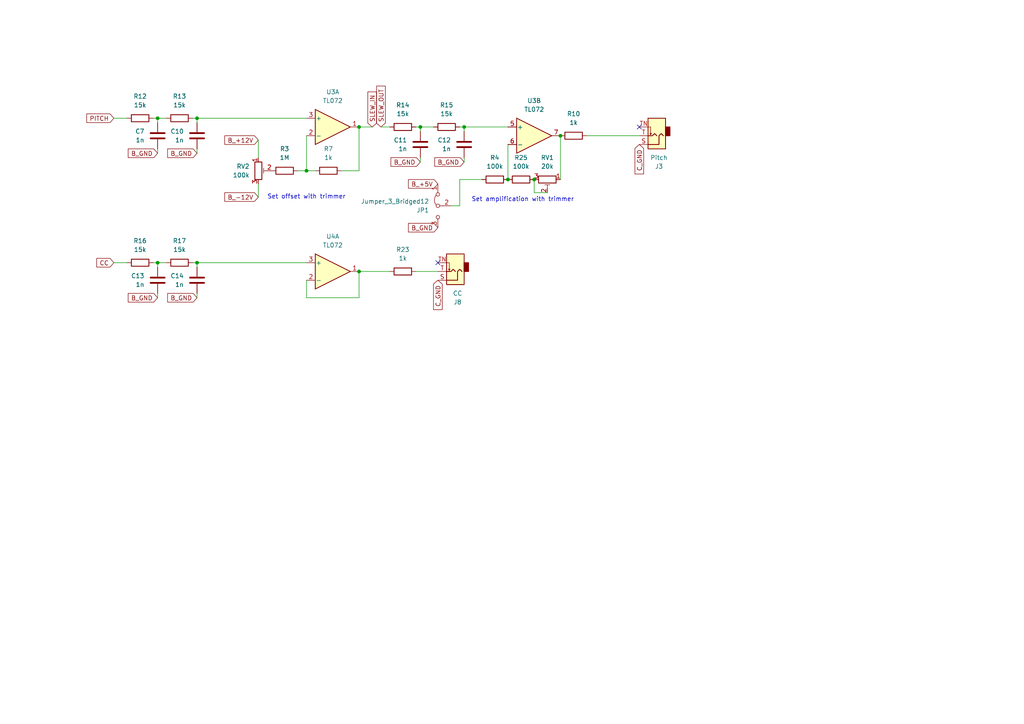
<source format=kicad_sch>
(kicad_sch (version 20250114) (generator "eeschema") (generator_version "9.0")
  (paper "A4")
  (lib_symbols
    (symbol "Amplifier_Operational:TL072" (pin_names (offset 0.127))
      (property "Reference" "U" (at 0 5.08 0))
      (property "Value" "TL072" (at 0 -5.08 0))
      (symbol "TL072_1_1"
        (polyline (pts (xy -5.08 5.08) (xy 5.08 0) (xy -5.08 -5.08) (xy -5.08 5.08)) (stroke (width 0.254)) (fill (type background)))
        (pin input line (at -7.62 2.54 0) (length 2.54) (name "+") (number "3"))
        (pin input line (at -7.62 -2.54 0) (length 2.54) (name "-") (number "2"))
        (pin output line (at 7.62 0 180) (length 2.54) (name "~") (number "1"))
      )
      (symbol "TL072_2_1"
        (polyline (pts (xy -5.08 5.08) (xy 5.08 0) (xy -5.08 -5.08) (xy -5.08 5.08)) (stroke (width 0.254)) (fill (type background)))
        (pin input line (at -7.62 2.54 0) (length 2.54) (name "+") (number "5"))
        (pin input line (at -7.62 -2.54 0) (length 2.54) (name "-") (number "6"))
        (pin output line (at 7.62 0 180) (length 2.54) (name "~") (number "7"))
      )
      (symbol "TL072_3_1"
        (pin power_in line (at -2.54 7.62 270) (length 3.81) (name "V+") (number "8"))
        (pin power_in line (at -2.54 -7.62 90) (length 3.81) (name "V-") (number "4"))
      )
    )
    (symbol "Connector_Audio:AudioJack2_SwitchT"
      (property "Reference" "J" (at 0 8.89 0))
      (property "Value" "AudioJack2_SwitchT" (at 0 6.35 0))
      (symbol "AudioJack2_SwitchT_0_1"
        (rectangle (start -2.54 0) (end -3.81 -2.54) (stroke (width 0.254)) (fill (type outline)))
        (polyline (pts (xy 0 0) (xy 0.635 -0.635) (xy 1.27 0) (xy 2.54 0)) (stroke (width 0.254)))
        (polyline (pts (xy 1.778 -0.254) (xy 2.032 -0.762)))
        (rectangle (start 2.54 3.81) (end -2.54 -5.08) (stroke (width 0.254)) (fill (type background)))
        (polyline (pts (xy 2.54 2.54) (xy -0.635 2.54) (xy -0.635 0) (xy -1.27 -0.635) (xy -1.905 0)) (stroke (width 0.254)))
        (polyline (pts (xy 2.54 -2.54) (xy 1.778 -2.54) (xy 1.778 -0.254) (xy 1.524 -0.762)))
      )
      (symbol "AudioJack2_SwitchT_1_1"
        (pin passive line (at 5.08 2.54 180) (length 2.54) (name "~") (number "S"))
        (pin passive line (at 5.08 0 180) (length 2.54) (name "~") (number "T"))
        (pin passive line (at 5.08 -2.54 180) (length 2.54) (name "~") (number "TN"))
      )
    )
    (symbol "Device:C" (pin_numbers (hide yes)) (pin_names (offset 0.254))
      (property "Reference" "C" (at 0.635 2.54 0))
      (property "Value" "C" (at 0.635 -2.54 0))
      (symbol "C_0_1"
        (polyline (pts (xy -2.032 0.762) (xy 2.032 0.762)) (stroke (width 0.508)))
        (polyline (pts (xy -2.032 -0.762) (xy 2.032 -0.762)) (stroke (width 0.508)))
      )
      (symbol "C_1_1"
        (pin passive line (at 0 3.81 270) (length 2.794) (name "~") (number "1"))
        (pin passive line (at 0 -3.81 90) (length 2.794) (name "~") (number "2"))
      )
    )
    (symbol "Device:R" (pin_numbers (hide yes)) (pin_names (offset 0))
      (property "Reference" "R" (at 2.032 0 90))
      (property "Value" "R" (at 0 0 90))
      (symbol "R_0_1"
        (rectangle (start -1.016 -2.54) (end 1.016 2.54) (stroke (width 0.254)))
      )
      (symbol "R_1_1"
        (pin passive line (at 0 3.81 270) (length 1.27) (name "~") (number "1"))
        (pin passive line (at 0 -3.81 90) (length 1.27) (name "~") (number "2"))
      )
    )
    (symbol "Device:R_Potentiometer_Trim" (pin_names (offset 1.016) (hide yes))
      (property "Reference" "RV" (at -4.445 0 90))
      (property "Value" "R_Potentiometer_Trim" (at -2.54 0 90))
      (symbol "R_Potentiometer_Trim_0_1"
        (rectangle (start 1.016 2.54) (end -1.016 -2.54) (stroke (width 0.254)))
        (polyline (pts (xy 1.524 0.762) (xy 1.524 -0.762)))
        (polyline (pts (xy 2.54 0) (xy 1.524 0)))
      )
      (symbol "R_Potentiometer_Trim_1_1"
        (pin passive line (at 0 3.81 270) (length 1.27) (name "1") (number "1"))
        (pin passive line (at 0 -3.81 90) (length 1.27) (name "3") (number "3"))
        (pin passive line (at 3.81 0 180) (length 1.27) (name "2") (number "2"))
      )
    )
    (symbol "Jumper:Jumper_3_Bridged12" (pin_names (offset 0) (hide yes)) (in_bom no)
      (property "Reference" "JP" (at -2.54 -2.54 0))
      (property "Value" "Jumper_3_Bridged12" (at 0 2.794 0))
      (symbol "Jumper_3_Bridged12_0_0"
        (circle (center -3.302 0) (radius 0.508))
        (circle (center 0 0) (radius 0.508))
        (circle (center 3.302 0) (radius 0.508))
      )
      (symbol "Jumper_3_Bridged12_0_1"
        (arc (start -3.048 0.508) (mid -1.651 0.9912) (end -0.254 0.508))
        (polyline (pts (xy 0 -1.27) (xy 0 -0.508)))
      )
      (symbol "Jumper_3_Bridged12_1_1"
        (pin passive line (at -6.35 0 0) (length 2.54) (name "A") (number "1"))
        (pin passive line (at 0 -3.81 90) (length 2.54) (name "C") (number "2"))
        (pin passive line (at 6.35 0 180) (length 2.54) (name "B") (number "3"))
      )
    )
  )
  (text "Set amplification with trimmer" (at 151.638 57.912 0) (effects (font (size 1.27 1.27))))
  (text "Set offset with trimmer" (at 88.9 57.15 0) (effects (font (size 1.27 1.27))))
  (junction (at 57.15 76.2))
  (junction (at 134.62 36.83))
  (junction (at 57.15 34.29))
  (junction (at 154.94 52.07))
  (junction (at 104.14 78.74))
  (junction (at 45.72 76.2))
  (junction (at 45.72 34.29))
  (junction (at 147.32 52.07))
  (junction (at 104.14 36.83))
  (junction (at 121.92 36.83))
  (junction (at 162.56 39.37))
  (junction (at 88.9 49.53))
  (no_connect (at 127 76.2))
  (no_connect (at 185.42 36.83))
  (wire (pts (xy 33.02 76.2) (xy 36.83 76.2)))
  (wire (pts (xy 86.36 49.53) (xy 88.9 49.53)))
  (wire (pts (xy 55.88 76.2) (xy 57.15 76.2)))
  (wire (pts (xy 104.14 86.36) (xy 104.14 78.74)))
  (wire (pts (xy 134.62 38.1) (xy 134.62 36.83)))
  (wire (pts (xy 57.15 44.45) (xy 57.15 43.18)))
  (wire (pts (xy 134.62 36.83) (xy 147.32 36.83)))
  (wire (pts (xy 133.35 36.83) (xy 134.62 36.83)))
  (wire (pts (xy 88.9 49.53) (xy 91.44 49.53)))
  (wire (pts (xy 45.72 44.45) (xy 45.72 43.18)))
  (wire (pts (xy 121.92 36.83) (xy 125.73 36.83)))
  (wire (pts (xy 154.94 55.88) (xy 154.94 52.07)))
  (wire (pts (xy 147.32 41.91) (xy 147.32 52.07)))
  (wire (pts (xy 57.15 35.56) (xy 57.15 34.29)))
  (wire (pts (xy 57.15 76.2) (xy 88.9 76.2)))
  (wire (pts (xy 120.65 78.74) (xy 127 78.74)))
  (wire (pts (xy 57.15 86.36) (xy 57.15 85.09)))
  (wire (pts (xy 104.14 36.83) (xy 107.95 36.83)))
  (wire (pts (xy 130.81 59.69) (xy 133.35 59.69)))
  (wire (pts (xy 104.14 78.74) (xy 113.03 78.74)))
  (wire (pts (xy 74.93 57.15) (xy 74.93 53.34)))
  (wire (pts (xy 88.9 49.53) (xy 88.9 39.37)))
  (wire (pts (xy 55.88 34.29) (xy 57.15 34.29)))
  (wire (pts (xy 133.35 52.07) (xy 139.7 52.07)))
  (wire (pts (xy 44.45 76.2) (xy 45.72 76.2)))
  (wire (pts (xy 158.75 55.88) (xy 154.94 55.88)))
  (wire (pts (xy 99.06 49.53) (xy 104.14 49.53)))
  (wire (pts (xy 110.49 36.83) (xy 113.03 36.83)))
  (wire (pts (xy 44.45 34.29) (xy 45.72 34.29)))
  (wire (pts (xy 57.15 77.47) (xy 57.15 76.2)))
  (wire (pts (xy 121.92 46.99) (xy 121.92 45.72)))
  (wire (pts (xy 133.35 59.69) (xy 133.35 52.07)))
  (wire (pts (xy 45.72 34.29) (xy 48.26 34.29)))
  (wire (pts (xy 57.15 34.29) (xy 88.9 34.29)))
  (wire (pts (xy 104.14 49.53) (xy 104.14 36.83)))
  (wire (pts (xy 88.9 86.36) (xy 104.14 86.36)))
  (wire (pts (xy 170.18 39.37) (xy 185.42 39.37)))
  (wire (pts (xy 45.72 35.56) (xy 45.72 34.29)))
  (wire (pts (xy 120.65 36.83) (xy 121.92 36.83)))
  (wire (pts (xy 33.02 34.29) (xy 36.83 34.29)))
  (wire (pts (xy 134.62 46.99) (xy 134.62 45.72)))
  (wire (pts (xy 45.72 77.47) (xy 45.72 76.2)))
  (wire (pts (xy 88.9 86.36) (xy 88.9 81.28)))
  (wire (pts (xy 74.93 40.64) (xy 74.93 45.72)))
  (wire (pts (xy 162.56 52.07) (xy 162.56 39.37)))
  (wire (pts (xy 45.72 86.36) (xy 45.72 85.09)))
  (wire (pts (xy 121.92 38.1) (xy 121.92 36.83)))
  (wire (pts (xy 45.72 76.2) (xy 48.26 76.2)))
  (global_label "B_GND" (shape input) (at 127 66.04 180) (property "Intersheetrefs" "${INTERSHEET_REFS}" (effects (hide yes))))
  (global_label "SLEW_IN" (shape input) (at 107.95 36.83 90) (property "Intersheetrefs" "${INTERSHEET_REFS}" (effects (hide yes))))
  (global_label "B_+5V" (shape input) (at 127 53.34 180) (property "Intersheetrefs" "${INTERSHEET_REFS}" (effects (hide yes))))
  (global_label "CC" (shape input) (at 33.02 76.2 180) (property "Intersheetrefs" "${INTERSHEET_REFS}" (effects (hide yes))))
  (global_label "SLEW_OUT" (shape input) (at 110.49 36.83 90) (property "Intersheetrefs" "${INTERSHEET_REFS}" (effects (hide yes))))
  (global_label "B_GND" (shape input) (at 45.72 44.45 180) (property "Intersheetrefs" "${INTERSHEET_REFS}" (effects (hide yes))))
  (global_label "B_+12V" (shape input) (at 74.93 40.64 180) (property "Intersheetrefs" "${INTERSHEET_REFS}" (effects (hide yes))))
  (global_label "C_GND" (shape input) (at 185.42 41.91 270) (property "Intersheetrefs" "${INTERSHEET_REFS}" (effects (hide yes))))
  (global_label "B_-12V" (shape input) (at 74.93 57.15 180) (property "Intersheetrefs" "${INTERSHEET_REFS}" (effects (hide yes))))
  (global_label "B_GND" (shape input) (at 57.15 86.36 180) (property "Intersheetrefs" "${INTERSHEET_REFS}" (effects (hide yes))))
  (global_label "B_GND" (shape input) (at 45.72 86.36 180) (property "Intersheetrefs" "${INTERSHEET_REFS}" (effects (hide yes))))
  (global_label "B_GND" (shape input) (at 121.92 46.99 180) (property "Intersheetrefs" "${INTERSHEET_REFS}" (effects (hide yes))))
  (global_label "B_GND" (shape input) (at 134.62 46.99 180) (property "Intersheetrefs" "${INTERSHEET_REFS}" (effects (hide yes))))
  (global_label "PITCH" (shape input) (at 33.02 34.29 180) (property "Intersheetrefs" "${INTERSHEET_REFS}" (effects (hide yes))))
  (global_label "C_GND" (shape input) (at 127 81.28 270) (property "Intersheetrefs" "${INTERSHEET_REFS}" (effects (hide yes))))
  (global_label "B_GND" (shape input) (at 57.15 44.45 180) (property "Intersheetrefs" "${INTERSHEET_REFS}" (effects (hide yes))))
  (symbol (lib_id "Device:R_Potentiometer_Trim") (at 158.75 52.07 270) (unit 1)
    (property "Reference" "RV1" (at 158.75 45.72 90))
    (property "Value" "20k" (at 158.75 48.26 90))
    (property "Footprint" "Potentiometer_THT:Potentiometer_Vishay_T93XA_Horizontal" (effects (hide yes)))
    (property "Description" "Trim-potentiometer" (effects (hide yes)))
  )
  (symbol (lib_id "Amplifier_Operational:TL072") (at 96.52 36.83 0) (unit 1)
    (property "Reference" "U3" (at 96.52 26.67 0))
    (property "Value" "TL072" (at 96.52 29.21 0))
    (property "Footprint" "Package_SO:SOIC-8_3.9x4.9mm_P1.27mm" (effects (hide yes)))
    (property "Datasheet" "http://www.ti.com/lit/ds/symlink/tl071.pdf" (effects (hide yes)))
    (property "Description" "Dual Low-Noise JFET-Input Operational Amplifiers, DIP-8/SOIC-8" (effects (hide yes)))
    (property "LCSC PN" "C6961" (effects (hide yes)))
  )
  (symbol (lib_id "Device:R") (at 52.07 76.2 270) (unit 1)
    (property "Reference" "R17" (at 52.07 69.85 90))
    (property "Value" "15k" (at 52.07 72.39 90))
    (property "Footprint" "Resistor_SMD:R_0603_1608Metric" (effects (hide yes)))
    (property "Description" "Resistor" (effects (hide yes)))
  )
  (symbol (lib_id "Connector_Audio:AudioJack2_SwitchT") (at 190.5 39.37 180) (unit 1)
    (property "Reference" "J3" (at 191.135 48.26 0))
    (property "Value" "Pitch" (at 191.135 45.72 0))
    (property "Footprint" "Custom:Jack_3.5mm_QingPu_WQP-PJ398SM_Vertical_CircularHoles_R" (effects (hide yes)))
    (property "Description" "Audio Jack, 2 Poles (Mono / TS), Switched T Pole (Normalling)" (effects (hide yes)))
  )
  (symbol (lib_id "Amplifier_Operational:TL072") (at 154.94 39.37 0) (unit 2)
    (property "Reference" "U3" (at 154.94 29.21 0))
    (property "Value" "TL072" (at 154.94 31.75 0))
    (property "Footprint" "Package_SO:SOIC-8_3.9x4.9mm_P1.27mm" (effects (hide yes)))
    (property "Datasheet" "http://www.ti.com/lit/ds/symlink/tl071.pdf" (effects (hide yes)))
    (property "Description" "Dual Low-Noise JFET-Input Operational Amplifiers, DIP-8/SOIC-8" (effects (hide yes)))
    (property "LCSC PN" "C6961" (effects (hide yes)))
  )
  (symbol (lib_id "Device:R") (at 40.64 76.2 270) (unit 1)
    (property "Reference" "R16" (at 40.64 69.85 90))
    (property "Value" "15k" (at 40.64 72.39 90))
    (property "Footprint" "Resistor_SMD:R_0603_1608Metric" (effects (hide yes)))
    (property "Description" "Resistor" (effects (hide yes)))
  )
  (symbol (lib_id "Device:C") (at 57.15 39.37 0) (mirror y) (unit 1)
    (property "Reference" "C10" (at 53.34 38.0999 0) (effects (justify left)))
    (property "Value" "1n" (at 53.34 40.6399 0) (effects (justify left)))
    (property "Footprint" "Capacitor_SMD:C_0603_1608Metric" (effects (hide yes)))
    (property "Description" "Unpolarized capacitor" (effects (hide yes)))
  )
  (symbol (lib_id "Device:R") (at 151.13 52.07 270) (unit 1)
    (property "Reference" "R25" (at 151.13 45.72 90))
    (property "Value" "100k" (at 151.13 48.26 90))
    (property "Footprint" "Resistor_SMD:R_0603_1608Metric" (effects (hide yes)))
    (property "Description" "Resistor" (effects (hide yes)))
  )
  (symbol (lib_id "Device:C") (at 121.92 41.91 0) (mirror y) (unit 1)
    (property "Reference" "C11" (at 118.11 40.6399 0) (effects (justify left)))
    (property "Value" "1n" (at 118.11 43.1799 0) (effects (justify left)))
    (property "Footprint" "Capacitor_SMD:C_0603_1608Metric" (effects (hide yes)))
    (property "Description" "Unpolarized capacitor" (effects (hide yes)))
  )
  (symbol (lib_id "Device:R") (at 116.84 78.74 270) (unit 1)
    (property "Reference" "R23" (at 116.84 72.39 90))
    (property "Value" "1k" (at 116.84 74.93 90))
    (property "Footprint" "Resistor_SMD:R_0603_1608Metric" (effects (hide yes)))
    (property "Description" "Resistor" (effects (hide yes)))
  )
  (symbol (lib_id "Device:R") (at 143.51 52.07 270) (unit 1)
    (property "Reference" "R4" (at 143.51 45.72 90))
    (property "Value" "100k" (at 143.51 48.26 90))
    (property "Footprint" "Resistor_SMD:R_0603_1608Metric" (effects (hide yes)))
    (property "Description" "Resistor" (effects (hide yes)))
  )
  (symbol (lib_id "Device:R") (at 116.84 36.83 270) (unit 1)
    (property "Reference" "R14" (at 116.84 30.48 90))
    (property "Value" "15k" (at 116.84 33.02 90))
    (property "Footprint" "Resistor_SMD:R_0603_1608Metric" (effects (hide yes)))
    (property "Description" "Resistor" (effects (hide yes)))
  )
  (symbol (lib_id "Amplifier_Operational:TL072") (at 96.52 78.74 0) (unit 1)
    (property "Reference" "U4" (at 96.52 68.58 0))
    (property "Value" "TL072" (at 96.52 71.12 0))
    (property "Footprint" "Package_SO:SOIC-8_3.9x4.9mm_P1.27mm" (effects (hide yes)))
    (property "Datasheet" "http://www.ti.com/lit/ds/symlink/tl071.pdf" (effects (hide yes)))
    (property "Description" "Dual Low-Noise JFET-Input Operational Amplifiers, DIP-8/SOIC-8" (effects (hide yes)))
    (property "LCSC PN" "C6961" (effects (hide yes)))
  )
  (symbol (lib_id "Device:R_Potentiometer_Trim") (at 74.93 49.53 0) (unit 1)
    (property "Reference" "RV2" (at 72.39 48.2599 0) (effects (justify right)))
    (property "Value" "100k" (at 72.39 50.7999 0) (effects (justify right)))
    (property "Footprint" "Potentiometer_THT:Potentiometer_Vishay_T93XA_Horizontal" (effects (hide yes)))
    (property "Description" "Trim-potentiometer" (effects (hide yes)))
  )
  (symbol (lib_id "Device:C") (at 57.15 81.28 0) (mirror y) (unit 1)
    (property "Reference" "C14" (at 53.34 80.0099 0) (effects (justify left)))
    (property "Value" "1n" (at 53.34 82.5499 0) (effects (justify left)))
    (property "Footprint" "Capacitor_SMD:C_0603_1608Metric" (effects (hide yes)))
    (property "Description" "Unpolarized capacitor" (effects (hide yes)))
  )
  (symbol (lib_id "Device:R") (at 52.07 34.29 270) (unit 1)
    (property "Reference" "R13" (at 52.07 27.94 90))
    (property "Value" "15k" (at 52.07 30.48 90))
    (property "Footprint" "Resistor_SMD:R_0603_1608Metric" (effects (hide yes)))
    (property "Description" "Resistor" (effects (hide yes)))
  )
  (symbol (lib_id "Device:R") (at 166.37 39.37 270) (unit 1)
    (property "Reference" "R10" (at 166.37 33.02 90))
    (property "Value" "1k" (at 166.37 35.56 90))
    (property "Footprint" "Resistor_SMD:R_0603_1608Metric" (effects (hide yes)))
    (property "Description" "Resistor" (effects (hide yes)))
  )
  (symbol (lib_id "Device:C") (at 134.62 41.91 0) (mirror y) (unit 1)
    (property "Reference" "C12" (at 130.81 40.6399 0) (effects (justify left)))
    (property "Value" "1n" (at 130.81 43.1799 0) (effects (justify left)))
    (property "Footprint" "Capacitor_SMD:C_0603_1608Metric" (effects (hide yes)))
    (property "Description" "Unpolarized capacitor" (effects (hide yes)))
  )
  (symbol (lib_id "Jumper:Jumper_3_Bridged12") (at 127 59.69 90) (mirror x) (unit 1) (in_bom no)
    (property "Reference" "JP1" (at 124.46 60.9601 90) (effects (justify left)))
    (property "Value" "Jumper_3_Bridged12" (at 124.46 58.4201 90) (effects (justify left)))
    (property "Footprint" "Connector_PinHeader_2.54mm:PinHeader_1x03_P2.54mm_Vertical" (effects (hide yes)))
    (property "Description" "Jumper, 3-pole, pins 1+2 closed/bridged" (effects (hide yes)))
  )
  (symbol (lib_id "Device:R") (at 40.64 34.29 270) (unit 1)
    (property "Reference" "R12" (at 40.64 27.94 90))
    (property "Value" "15k" (at 40.64 30.48 90))
    (property "Footprint" "Resistor_SMD:R_0603_1608Metric" (effects (hide yes)))
    (property "Description" "Resistor" (effects (hide yes)))
  )
  (symbol (lib_id "Connector_Audio:AudioJack2_SwitchT") (at 132.08 78.74 180) (unit 1)
    (property "Reference" "J8" (at 132.715 87.63 0))
    (property "Value" "CC" (at 132.715 85.09 0))
    (property "Footprint" "Custom:Jack_3.5mm_QingPu_WQP-PJ398SM_Vertical_CircularHoles_L" (effects (hide yes)))
    (property "Description" "Audio Jack, 2 Poles (Mono / TS), Switched T Pole (Normalling)" (effects (hide yes)))
  )
  (symbol (lib_id "Device:C") (at 45.72 81.28 0) (mirror y) (unit 1)
    (property "Reference" "C13" (at 41.91 80.0099 0) (effects (justify left)))
    (property "Value" "1n" (at 41.91 82.5499 0) (effects (justify left)))
    (property "Footprint" "Capacitor_SMD:C_0603_1608Metric" (effects (hide yes)))
    (property "Description" "Unpolarized capacitor" (effects (hide yes)))
  )
  (symbol (lib_id "Device:R") (at 95.25 49.53 270) (unit 1)
    (property "Reference" "R7" (at 95.25 43.18 90))
    (property "Value" "1k" (at 95.25 45.72 90))
    (property "Footprint" "Resistor_SMD:R_0603_1608Metric" (effects (hide yes)))
    (property "Description" "Resistor" (effects (hide yes)))
  )
  (symbol (lib_id "Device:R") (at 129.54 36.83 270) (unit 1)
    (property "Reference" "R15" (at 129.54 30.48 90))
    (property "Value" "15k" (at 129.54 33.02 90))
    (property "Footprint" "Resistor_SMD:R_0603_1608Metric" (effects (hide yes)))
    (property "Description" "Resistor" (effects (hide yes)))
  )
  (symbol (lib_id "Device:R") (at 82.55 49.53 270) (unit 1)
    (property "Reference" "R3" (at 82.55 43.18 90))
    (property "Value" "1M" (at 82.55 45.72 90))
    (property "Footprint" "Resistor_SMD:R_0603_1608Metric" (effects (hide yes)))
    (property "Description" "Resistor" (effects (hide yes)))
  )
  (symbol (lib_id "Device:C") (at 45.72 39.37 0) (mirror y) (unit 1)
    (property "Reference" "C7" (at 41.91 38.0999 0) (effects (justify left)))
    (property "Value" "1n" (at 41.91 40.6399 0) (effects (justify left)))
    (property "Footprint" "Capacitor_SMD:C_0603_1608Metric" (effects (hide yes)))
    (property "Description" "Unpolarized capacitor" (effects (hide yes)))
  )
)
</source>
